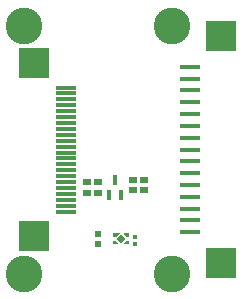
<source format=gts>
G04*
G04 #@! TF.GenerationSoftware,Altium Limited,Altium Designer,23.4.1 (23)*
G04*
G04 Layer_Color=8388736*
%FSLAX44Y44*%
%MOMM*%
G71*
G04*
G04 #@! TF.SameCoordinates,119376F5-832C-499C-A5AA-40DF592A9E39*
G04*
G04*
G04 #@! TF.FilePolarity,Negative*
G04*
G01*
G75*
%ADD17P,0.8202X4X270.0*%
%ADD18C,0.2425*%
%ADD19C,0.2700*%
%ADD22R,2.5000X2.5000*%
%ADD23R,2.5000X2.5000*%
%ADD24R,1.7000X0.4000*%
%ADD25R,0.6500X0.5500*%
%ADD26R,0.4000X0.8100*%
%ADD27R,0.6200X0.6200*%
%ADD28R,0.4200X0.4600*%
%ADD29C,3.1000*%
G36*
X109954Y44764D02*
Y43764D01*
X105654D01*
Y46764D01*
X107954D01*
X109954Y44764D01*
D02*
G37*
G36*
X107959Y50264D02*
X105659D01*
Y53264D01*
X110959D01*
X107959Y50264D01*
D02*
G37*
G36*
X118714Y43764D02*
X114414D01*
Y44764D01*
X116414Y46764D01*
X118714D01*
Y43764D01*
D02*
G37*
G36*
Y50264D02*
X116414D01*
X114414Y52264D01*
Y53264D01*
X118714D01*
Y50264D01*
D02*
G37*
D17*
X112184Y48514D02*
D03*
D18*
X116836Y51917D02*
D03*
Y45111D02*
D03*
D19*
X107154Y45264D02*
D03*
X107159Y51764D02*
D03*
D22*
X197250Y220000D02*
D03*
X38750Y50500D02*
D03*
D23*
X197250Y28000D02*
D03*
X38750Y197500D02*
D03*
D24*
X170750Y54000D02*
D03*
Y64000D02*
D03*
Y74000D02*
D03*
Y84000D02*
D03*
Y94000D02*
D03*
Y104000D02*
D03*
Y114000D02*
D03*
Y124000D02*
D03*
Y134000D02*
D03*
Y144000D02*
D03*
Y154000D02*
D03*
Y164000D02*
D03*
Y174000D02*
D03*
Y184000D02*
D03*
Y194000D02*
D03*
X65250Y81500D02*
D03*
Y86500D02*
D03*
Y91500D02*
D03*
Y96500D02*
D03*
Y101500D02*
D03*
Y106500D02*
D03*
Y111500D02*
D03*
Y121500D02*
D03*
Y126500D02*
D03*
Y131500D02*
D03*
Y136500D02*
D03*
Y141500D02*
D03*
Y146500D02*
D03*
Y151500D02*
D03*
Y156500D02*
D03*
Y161500D02*
D03*
Y166500D02*
D03*
Y171500D02*
D03*
Y176500D02*
D03*
Y116500D02*
D03*
Y71500D02*
D03*
Y76500D02*
D03*
D25*
X132000Y89608D02*
D03*
Y98609D02*
D03*
X83064Y87628D02*
D03*
Y96629D02*
D03*
X122348Y98609D02*
D03*
Y89608D02*
D03*
X93064Y96629D02*
D03*
Y87628D02*
D03*
D26*
X102362Y85723D02*
D03*
X112362D02*
D03*
X107362Y97922D02*
D03*
D27*
X92610Y44220D02*
D03*
Y52220D02*
D03*
D28*
X123952Y50050D02*
D03*
Y44450D02*
D03*
D29*
X30110Y229000D02*
D03*
X155110Y19000D02*
D03*
X30110D02*
D03*
X155110Y229000D02*
D03*
M02*

</source>
